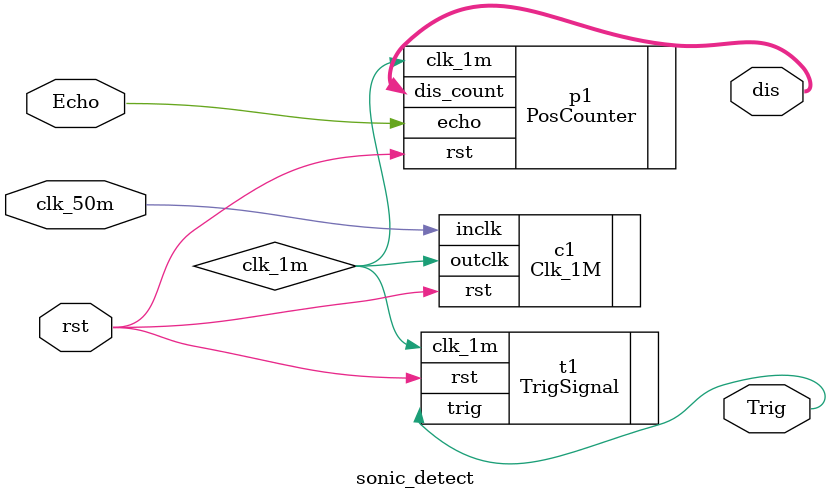
<source format=v>
`timescale 1ns / 1ps
module sonic_detect(clk_50m, rst, Trig, Echo, dis);
input clk_50m, rst, Echo;
output Trig;
output [11:0] dis; // ?????????us 
// Vcc--GPIO10
// Gnd--GPIO11
wire clk_1m;

//wire[19:0] d;   // ??(??cm),5????,??????
Clk_1M c1(.outclk(clk_1m), .inclk(clk_50m), .rst(rst)); // 50??
TrigSignal t1(.clk_1m(clk_1m), .rst(rst), .trig(Trig));
PosCounter p1(.clk_1m(clk_1m), .rst(rst), .echo(Echo), .dis_count(dis));

//assign Led =((d[19:16] < 1)&(d[15:12] < 1)) ? 1 : 0;
/*
translator u3(.in(d[19:16]), .out(distance[34:28])); // ????
translator u4(.in(d[15:12]), .out(distance[27:21]));
translator u5(.in(d[11:8]), .out(distance[20:14]));
translator u6(.in(d[7:4]), .out(distance[13:7]));
translator u7(.in(d[3:0]), .out(distance[6:0]));
assign d[19:16] = dis/10000;    // ??
assign d[15:12] = dis/1000%10;  // ??
assign d[11:8]  = dis/100%10;   // ??
assign d[7:4]   = dis/10%10;    // 0.1
assign d[3:0]   = dis%10;       // 0.01
*/
endmodule
</source>
